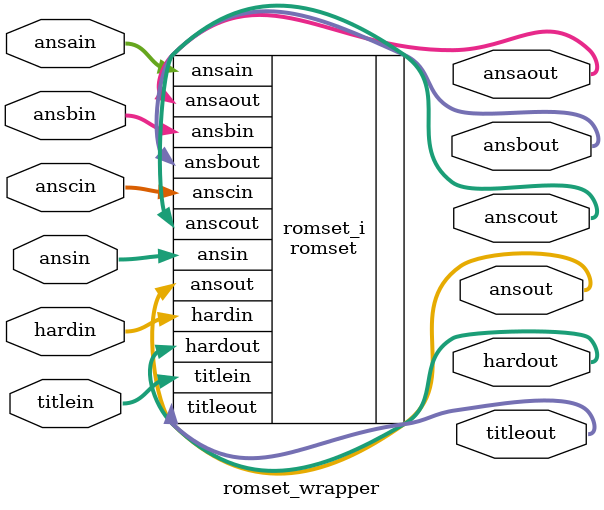
<source format=v>
`timescale 1 ps / 1 ps

module romset_wrapper
   (ansain,
    ansaout,
    ansbin,
    ansbout,
    anscin,
    anscout,
    ansin,
    ansout,
    hardin,
    hardout,
    titlein,
    titleout);
  input [3:0]ansain;
  output [239:0]ansaout;
  input [3:0]ansbin;
  output [239:0]ansbout;
  input [3:0]anscin;
  output [239:0]anscout;
  input [3:0]ansin;
  output [2:0]ansout;
  input [3:0]hardin;
  output [1:0]hardout;
  input [3:0]titlein;
  output [239:0]titleout;

  wire [3:0]ansain;
  wire [239:0]ansaout;
  wire [3:0]ansbin;
  wire [239:0]ansbout;
  wire [3:0]anscin;
  wire [239:0]anscout;
  wire [3:0]ansin;
  wire [2:0]ansout;
  wire [3:0]hardin;
  wire [1:0]hardout;
  wire [3:0]titlein;
  wire [239:0]titleout;

  romset romset_i
       (.ansain(ansain),
        .ansaout(ansaout),
        .ansbin(ansbin),
        .ansbout(ansbout),
        .anscin(anscin),
        .anscout(anscout),
        .ansin(ansin),
        .ansout(ansout),
        .hardin(hardin),
        .hardout(hardout),
        .titlein(titlein),
        .titleout(titleout));
endmodule

</source>
